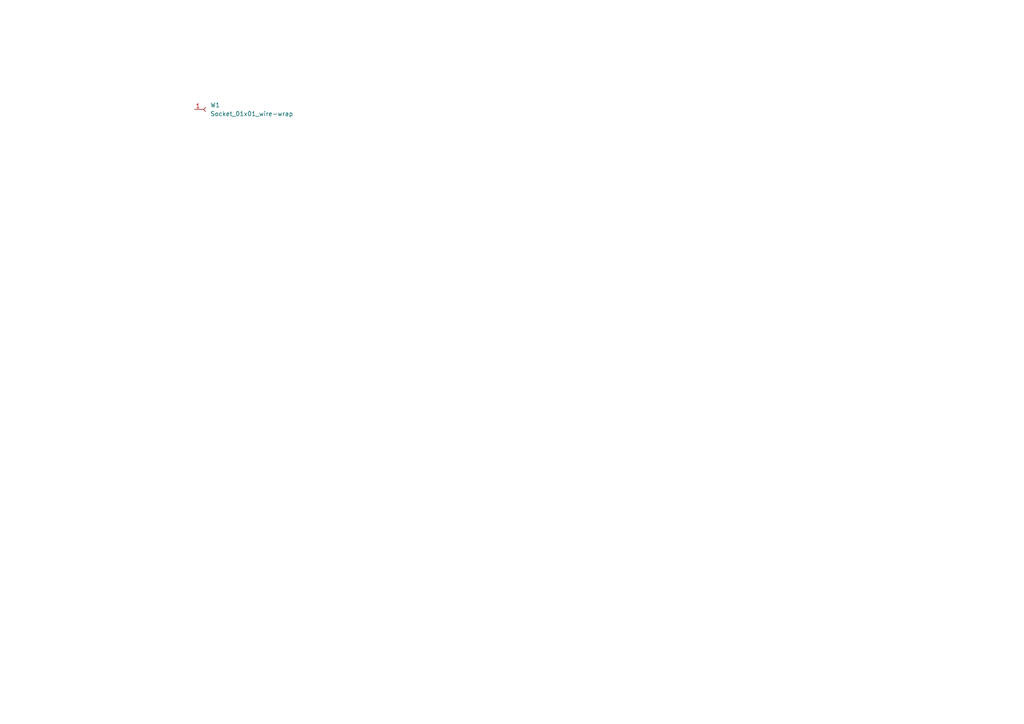
<source format=kicad_sch>
(kicad_sch (version 20250114) (generator "eeschema") (generator_version "9.0")
  (paper "A4")
  (lib_symbols
    (symbol "wirewrap:Sock_01x01_wirewrap" (pin_names (offset 1.016) (hide yes))
      (property "Reference" "W" (at 0 2.54 0))
      (property "Value" "Socket_01x01_wire-wrap" (at 0 -2.54 0))
      (symbol "Sock_01x01_wirewrap_1_1"
        (polyline (pts (xy -1.27 0) (xy -0.508 0)) (stroke (width 0.1524)))
        (arc (start 0 -0.508) (mid -0.5058 0) (end 0 0.508) (stroke (width 0.1524)))
        (pin passive line (at -3.302 0 0) (length 2.032) (name "Pin_1") (number "1"))
      )
    )
  )
  (symbol (lib_id "wirewrap:Sock_01x01_wirewrap") (at 59.69 31.75 0) (unit 1)
    (property "Reference" "W1" (at 60.96 30.4799 0) (effects (justify left)))
    (property "Value" "Socket_01x01_wire-wrap" (at 60.96 33.0199 0) (effects (justify left)))
    (property "Footprint" "Connector_PinSocket_2.54mm:PinSocket_1x01_P2.54mm_Vertical" (effects (hide yes)))
    (property "Description" "Generic connector, single row, 01x01, script generated" (effects (hide yes)))
  )
)
</source>
